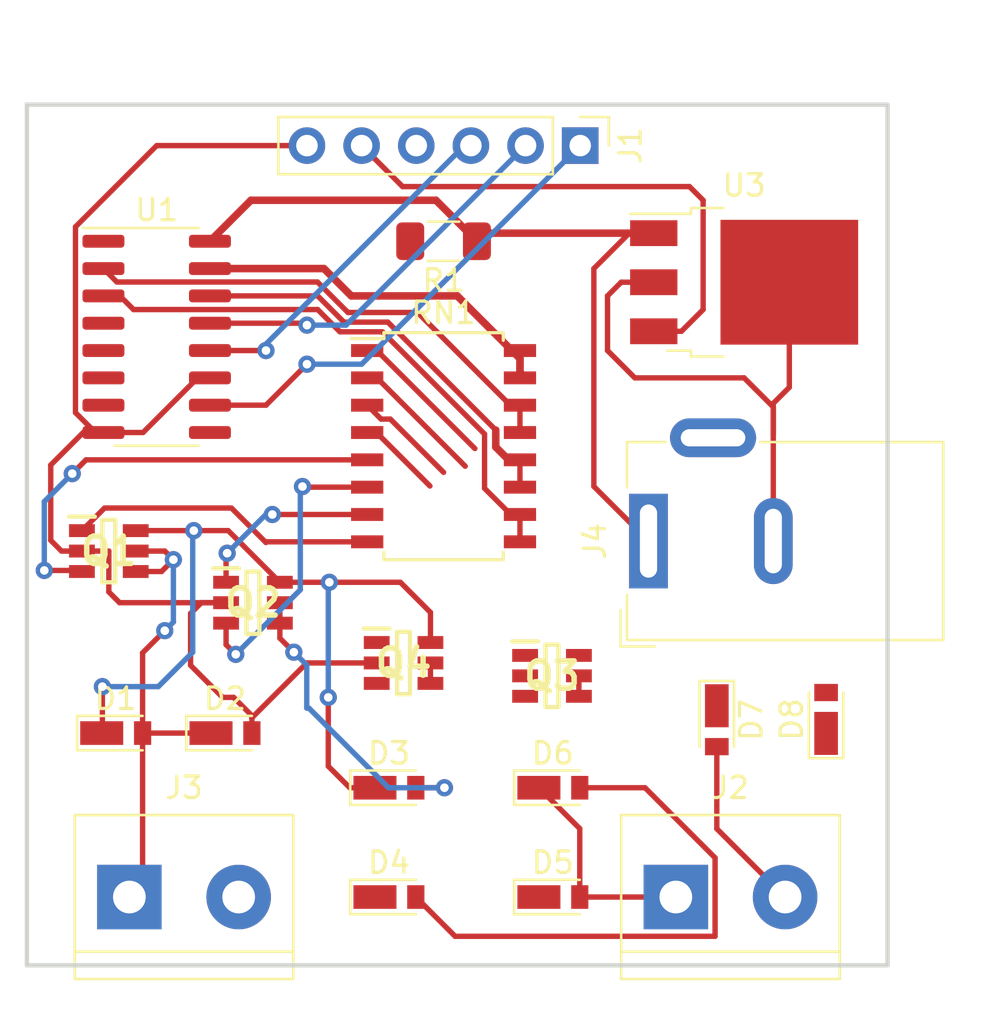
<source format=kicad_pcb>
(kicad_pcb (version 20240108) (generator "pcbnew") (generator_version "8.0")
  (layers (0 "F.Cu" signal) (31 "B.Cu" signal) (34 "B.Paste" user) (35 "F.Paste" user) (36 "B.SilkS" user "B.Silkscreen") (37 "F.SilkS" user "F.Silkscreen") (38 "B.Mask" user) (39 "F.Mask" user) (44 "Edge.Cuts" user))
  (net 0 "")
  (net 1 "Net-(D3-Pad2)")
  (net 2 "+12V")
  (net 3 "Earth")
  (net 4 "Net-(D5-Pad2)")
  (net 5 "Net-(RN1-Pad10)")
  (net 6 "Net-(RN1-Pad11)")
  (net 7 "Net-(RN1-Pad13)")
  (net 8 "Net-(RN1-Pad15)")
  (net 15 "Net-(D1-Pad2)")
  (net 16 "Net-(J1-Pad1)")
  (net 17 "Net-(J1-Pad2)")
  (net 18 "Net-(J1-Pad3)")
  (net 19 "Net-(J1-Pad4)")
  (net 20 "Net-(J1-Pad5)")
  (net 21 "Net-(Q4-Pad4)")
  (net 22 "Net-(Q1-Pad1)")
  (net 23 "Net-(Q1-Pad3)")
  (net 24 "Net-(Q2-Pad1)")
  (net 25 "Net-(Q2-Pad3)")
  (net 26 "Net-(Q3-Pad1)")
  (net 27 "Net-(Q3-Pad3)")
  (net 28 "Net-(Q4-Pad1)")
  (net 29 "Net-(Q4-Pad3)")
  (footprint "Package_SO:SOIC-16_3.9x9.9mm_P1.27mm" (layer "F.Cu") (at 85.725 80.645)
    (property "Reference" "U1" (at 0 -5.9 0) (layer "F.SilkS"))
    (property "Value" "4028")
    (fp_line (start 0 -5.06) (end -3.45 -5.06) (stroke (width 0.12)) (layer "F.SilkS"))
    (fp_line (start 0 -5.06) (end 1.95 -5.06) (stroke (width 0.12)) (layer "F.SilkS"))
    (fp_line (start 0 5.06) (end -1.95 5.06) (stroke (width 0.12)) (layer "F.SilkS"))
    (fp_line (start 0 5.06) (end 1.95 5.06) (stroke (width 0.12)) (layer "F.SilkS"))
    (pad "1" smd roundrect (at -2.475 -4.445) (size 1.95 0.6) (layers "F.Cu" "F.Paste" "F.Mask"))
    (pad "2" smd roundrect (at -2.475 -3.175) (size 1.95 0.6) (layers "F.Cu" "F.Paste" "F.Mask") (net 7 "Net-(RN1-Pad13)"))
    (pad "3" smd roundrect (at -2.475 -1.905) (size 1.95 0.6) (layers "F.Cu" "F.Paste" "F.Mask") (net 5 "Net-(RN1-Pad10)"))
    (pad "4" smd roundrect (at -2.475 -0.635) (size 1.95 0.6) (layers "F.Cu" "F.Paste" "F.Mask"))
    (pad "5" smd roundrect (at -2.475 0.635) (size 1.95 0.6) (layers "F.Cu" "F.Paste" "F.Mask"))
    (pad "6" smd roundrect (at -2.475 1.905) (size 1.95 0.6) (layers "F.Cu" "F.Paste" "F.Mask"))
    (pad "7" smd roundrect (at -2.475 3.175) (size 1.95 0.6) (layers "F.Cu" "F.Paste" "F.Mask"))
    (pad "8" smd roundrect (at -2.475 4.445) (size 1.95 0.6) (layers "F.Cu" "F.Paste" "F.Mask") (net 3 "Earth"))
    (pad "9" smd roundrect (at 2.475 4.445) (size 1.95 0.6) (layers "F.Cu" "F.Paste" "F.Mask"))
    (pad "10" smd roundrect (at 2.475 3.175) (size 1.95 0.6) (layers "F.Cu" "F.Paste" "F.Mask") (net 16 "Net-(J1-Pad1)"))
    (pad "11" smd roundrect (at 2.475 1.905) (size 1.95 0.6) (layers "F.Cu" "F.Paste" "F.Mask") (net 3 "Earth"))
    (pad "12" smd roundrect (at 2.475 0.635) (size 1.95 0.6) (layers "F.Cu" "F.Paste" "F.Mask") (net 18 "Net-(J1-Pad3)"))
    (pad "13" smd roundrect (at 2.475 -0.635) (size 1.95 0.6) (layers "F.Cu" "F.Paste" "F.Mask") (net 17 "Net-(J1-Pad2)"))
    (pad "14" smd roundrect (at 2.475 -1.905) (size 1.95 0.6) (layers "F.Cu" "F.Paste" "F.Mask") (net 6 "Net-(RN1-Pad11)"))
    (pad "15" smd roundrect (at 2.475 -3.175) (size 1.95 0.6) (layers "F.Cu" "F.Paste" "F.Mask") (net 8 "Net-(RN1-Pad15)"))
    (pad "16" smd roundrect (at 2.475 -4.445) (size 1.95 0.6) (layers "F.Cu" "F.Paste" "F.Mask") (net 2 "+12V"))
  )
  (footprint "Package_TO_SOT_SMD:TO-252-3_TabPin2" (layer "F.Cu") (at 113.03 78.105)
    (property "Reference" "U3" (at 0 -4.5 0) (layer "F.SilkS"))
    (property "Value" "L7805")
    (fp_line (start -2.47 -3.45) (end -2.47 -3.18) (stroke (width 0.12)) (layer "F.SilkS"))
    (fp_line (start -2.47 -3.18) (end -5.3 -3.18) (stroke (width 0.12)) (layer "F.SilkS"))
    (fp_line (start -2.47 3.18) (end -3.57 3.18) (stroke (width 0.12)) (layer "F.SilkS"))
    (fp_line (start -2.47 3.45) (end -2.47 3.18) (stroke (width 0.12)) (layer "F.SilkS"))
    (fp_line (start -0.97 -3.45) (end -2.47 -3.45) (stroke (width 0.12)) (layer "F.SilkS"))
    (fp_line (start -0.97 3.45) (end -2.47 3.45) (stroke (width 0.12)) (layer "F.SilkS"))
    (pad "1" smd rect (at -4.2 -2.28) (size 2.2 1.2) (layers "F.Cu" "F.Paste" "F.Mask") (net 2 "+12V"))
    (pad "2" smd rect (at -4.2 0) (size 2.2 1.2) (layers "F.Cu" "F.Paste" "F.Mask") (net 3 "Earth"))
    (pad "2" smd rect (at 2.1 0) (size 6.4 5.8) (layers "F.Cu" "F.Mask") (net 3 "Earth"))
    (pad "3" smd rect (at -4.2 2.28) (size 2.2 1.2) (layers "F.Cu" "F.Paste" "F.Mask") (net 20 "Net-(J1-Pad5)"))
  )
  (footprint "Diode_SMD:D_TUMD2" (layer "F.Cu") (at 96.52 101.6)
    (property "Reference" "D3" (at 0 -1.6 0) (layer "F.SilkS"))
    (property "Value" "1N4149")
    (fp_line (start -1.8 -0.8) (end 1.25 -0.8) (stroke (width 0.12)) (layer "F.SilkS"))
    (fp_line (start -1.8 0.8) (end -1.8 -0.8) (stroke (width 0.12)) (layer "F.SilkS"))
    (fp_line (start 1.25 0.8) (end -1.8 0.8) (stroke (width 0.12)) (layer "F.SilkS"))
    (pad "1" smd rect (at -0.65 0 180) (size 2 1.1) (layers "F.Cu" "F.Paste" "F.Mask") (net 2 "+12V"))
    (pad "2" smd rect (at 1.25 0 180) (size 0.8 1.1) (layers "F.Cu" "F.Paste" "F.Mask") (net 1 "Net-(D3-Pad2)"))
  )
  (footprint "Diode_SMD:D_TUMD2" (layer "F.Cu") (at 104.14 106.68)
    (property "Reference" "D5" (at 0 -1.6 0) (layer "F.SilkS"))
    (property "Value" "1N4149")
    (fp_line (start -1.8 -0.8) (end 1.25 -0.8) (stroke (width 0.12)) (layer "F.SilkS"))
    (fp_line (start -1.8 0.8) (end -1.8 -0.8) (stroke (width 0.12)) (layer "F.SilkS"))
    (fp_line (start 1.25 0.8) (end -1.8 0.8) (stroke (width 0.12)) (layer "F.SilkS"))
    (pad "1" smd rect (at -0.65 0 180) (size 2 1.1) (layers "F.Cu" "F.Paste" "F.Mask") (net 2 "+12V"))
    (pad "2" smd rect (at 1.25 0 180) (size 0.8 1.1) (layers "F.Cu" "F.Paste" "F.Mask") (net 4 "Net-(D5-Pad2)"))
  )
  (footprint "Connector_PinHeader_2.54mm:PinHeader_1x06_P2.54mm_Vertical" (layer "F.Cu") (at 105.41 71.755 -90)
    (property "Reference" "J1" (at 0 -2.33 90) (layer "F.SilkS"))
    (property "Value" "Conn_01x06_Male")
    (fp_line (start -1.33 14.03) (end 1.33 14.03) (stroke (width 0.12)) (layer "F.SilkS"))
    (fp_line (start -1.33 1.27) (end -1.33 14.03) (stroke (width 0.12)) (layer "F.SilkS"))
    (fp_line (start -1.33 1.27) (end 1.33 1.27) (stroke (width 0.12)) (layer "F.SilkS"))
    (fp_line (start 1.33 1.27) (end 1.33 14.03) (stroke (width 0.12)) (layer "F.SilkS"))
    (fp_line (start -1.33 0) (end -1.33 -1.33) (stroke (width 0.12)) (layer "F.SilkS"))
    (fp_line (start -1.33 -1.33) (end 0 -1.33) (stroke (width 0.12)) (layer "F.SilkS"))
    (pad "1" thru_hole rect (at 0 0 270) (size 1.7 1.7) (drill 1) (layers "*.Cu" "*.Mask") (net 16 "Net-(J1-Pad1)"))
    (pad "2" thru_hole oval (at 0 2.54 270) (size 1.7 1.7) (drill 1) (layers "*.Cu" "*.Mask") (net 17 "Net-(J1-Pad2)"))
    (pad "3" thru_hole oval (at 0 5.08 270) (size 1.7 1.7) (drill 1) (layers "*.Cu" "*.Mask") (net 18 "Net-(J1-Pad3)"))
    (pad "4" thru_hole oval (at 0 7.62 270) (size 1.7 1.7) (drill 1) (layers "*.Cu" "*.Mask") (net 19 "Net-(J1-Pad4)"))
    (pad "5" thru_hole oval (at 0 10.16 270) (size 1.7 1.7) (drill 1) (layers "*.Cu" "*.Mask") (net 20 "Net-(J1-Pad5)"))
    (pad "6" thru_hole oval (at 0 12.7 270) (size 1.7 1.7) (drill 1) (layers "*.Cu" "*.Mask") (net 3 "Earth"))
  )
  (footprint "SamacSys_Parts:SOT95P280X110-6N" (layer "F.Cu") (at 90.2 93)
    (property "Reference" "Q2" (at 0 0 0) (layer "F.SilkS") (effects (font (size 1.27 1.27) (thickness 0.254))))
    (property "Value" "FMBM5551" (hide yes))
    (fp_line (start -1.85 -1.6) (end -0.65 -1.6) (stroke (width 0.2)) (layer "F.SilkS"))
    (fp_line (start -0.3 -1.45) (end 0.3 -1.45) (stroke (width 0.2)) (layer "F.SilkS"))
    (fp_line (start -0.3 1.45) (end -0.3 -1.45) (stroke (width 0.2)) (layer "F.SilkS"))
    (fp_line (start 0.3 -1.45) (end 0.3 1.45) (stroke (width 0.2)) (layer "F.SilkS"))
    (fp_line (start 0.3 1.45) (end -0.3 1.45) (stroke (width 0.2)) (layer "F.SilkS"))
    (pad "1" smd rect (at -1.25 -0.95 90) (size 0.6 1.2) (layers "F.Cu" "F.Paste" "F.Mask") (net 24 "Net-(Q2-Pad1)"))
    (pad "2" smd rect (at -1.25 0 90) (size 0.6 1.2) (layers "F.Cu" "F.Paste" "F.Mask") (net 3 "Earth"))
    (pad "3" smd rect (at -1.25 0.95 90) (size 0.6 1.2) (layers "F.Cu" "F.Paste" "F.Mask") (net 25 "Net-(Q2-Pad3)"))
    (pad "4" smd rect (at 1.25 0.95 90) (size 0.6 1.2) (layers "F.Cu" "F.Paste" "F.Mask") (net 1 "Net-(D3-Pad2)"))
    (pad "5" smd rect (at 1.25 0 90) (size 0.6 1.2) (layers "F.Cu" "F.Paste" "F.Mask") (net 1 "Net-(D3-Pad2)"))
    (pad "6" smd rect (at 1.25 -0.95 90) (size 0.6 1.2) (layers "F.Cu" "F.Paste" "F.Mask") (net 2 "+12V"))
  )
  (footprint "Diode_SMD:D_TUMD2" (layer "F.Cu") (at 116.84 98.425 90)
    (property "Reference" "D8" (at 0 -1.6 90) (layer "F.SilkS"))
    (property "Value" "1N4149")
    (fp_line (start -1.8 -0.8) (end 1.25 -0.8) (stroke (width 0.12)) (layer "F.SilkS"))
    (fp_line (start 1.25 0.8) (end -1.8 0.8) (stroke (width 0.12)) (layer "F.SilkS"))
    (fp_line (start -1.8 0.8) (end -1.8 -0.8) (stroke (width 0.12)) (layer "F.SilkS"))
    (pad "1" smd rect (at -0.65 0 270) (size 2 1.1) (layers "F.Cu" "F.Paste" "F.Mask") (net 21 "Net-(Q4-Pad4)"))
    (pad "2" smd rect (at 1.25 0 270) (size 0.8 1.1) (layers "F.Cu" "F.Paste" "F.Mask") (net 3 "Earth"))
  )
  (footprint "Diode_SMD:D_TUMD2" (layer "F.Cu") (at 104.14 101.6)
    (property "Reference" "D6" (at 0 -1.6 0) (layer "F.SilkS"))
    (property "Value" "1N4149")
    (fp_line (start -1.8 -0.8) (end 1.25 -0.8) (stroke (width 0.12)) (layer "F.SilkS"))
    (fp_line (start -1.8 0.8) (end -1.8 -0.8) (stroke (width 0.12)) (layer "F.SilkS"))
    (fp_line (start 1.25 0.8) (end -1.8 0.8) (stroke (width 0.12)) (layer "F.SilkS"))
    (pad "1" smd rect (at -0.65 0 180) (size 2 1.1) (layers "F.Cu" "F.Paste" "F.Mask") (net 4 "Net-(D5-Pad2)"))
    (pad "2" smd rect (at 1.25 0 180) (size 0.8 1.1) (layers "F.Cu" "F.Paste" "F.Mask") (net 3 "Earth"))
  )
  (footprint "TerminalBlock:TerminalBlock_bornier-2_P5.08mm" (layer "F.Cu") (at 109.855 106.68)
    (property "Reference" "J2" (at 2.54 -5.08 0) (layer "F.SilkS"))
    (property "Value" "Screw_Terminal_01x02")
    (fp_line (start -2.54 -3.81) (end -2.54 3.81) (stroke (width 0.12)) (layer "F.SilkS"))
    (fp_line (start -2.54 3.81) (end 7.62 3.81) (stroke (width 0.12)) (layer "F.SilkS"))
    (fp_line (start 7.62 -3.81) (end -2.54 -3.81) (stroke (width 0.12)) (layer "F.SilkS"))
    (fp_line (start 7.62 2.54) (end -2.54 2.54) (stroke (width 0.12)) (layer "F.SilkS"))
    (fp_line (start 7.62 3.81) (end 7.62 -3.81) (stroke (width 0.12)) (layer "F.SilkS"))
    (pad "1" thru_hole rect (at 0 0) (size 3 3) (drill 1.52) (layers "*.Cu" "*.Mask") (net 4 "Net-(D5-Pad2)"))
    (pad "2" thru_hole circle (at 5.08 0) (size 3 3) (drill 1.52) (layers "*.Cu" "*.Mask") (net 21 "Net-(Q4-Pad4)"))
  )
  (footprint "Connector_BarrelJack:BarrelJack_Wuerth_6941xx301002" (layer "F.Cu") (at 108.585 90.135 90)
    (property "Reference" "J4" (at 0 -2.5 90) (layer "F.SilkS"))
    (property "Value" "Jack-DC")
    (fp_line (start -3.2 -1.3) (end -4.9 -1.3) (stroke (width 0.12)) (layer "F.SilkS"))
    (fp_line (start -4.9 -1.3) (end -4.9 0.3) (stroke (width 0.12)) (layer "F.SilkS"))
    (fp_line (start 4.6 -1) (end 4.6 0.8) (stroke (width 0.12)) (layer "F.SilkS"))
    (fp_line (start 2.5 -1) (end 4.6 -1) (stroke (width 0.12)) (layer "F.SilkS"))
    (fp_line (start -4.6 -1) (end -2.5 -1) (stroke (width 0.12)) (layer "F.SilkS"))
    (fp_line (start 4.6 5.2) (end 4.6 13.7) (stroke (width 0.12)) (layer "F.SilkS"))
    (fp_line (start 4.6 13.7) (end -4.6 13.7) (stroke (width 0.12)) (layer "F.SilkS"))
    (fp_line (start -4.6 13.7) (end -4.6 -1) (stroke (width 0.12)) (layer "F.SilkS"))
    (pad "1" thru_hole rect (at 0 0 90) (size 4.4 1.8) (drill oval 3.4 0.8) (layers "*.Cu" "*.Mask") (net 2 "+12V"))
    (pad "2" thru_hole oval (at 0 5.8 90) (size 4 1.8) (drill oval 3 0.8) (layers "*.Cu" "*.Mask") (net 3 "Earth"))
    (pad "3" thru_hole oval (at 4.8 3 180) (size 4 1.8) (drill oval 3 0.8) (layers "*.Cu" "*.Mask"))
  )
  (footprint "SamacSys_Parts:SOT95P280X110-6N" (layer "F.Cu") (at 83.5 90.6)
    (property "Reference" "Q1" (at 0 0 0) (layer "F.SilkS") (effects (font (size 1.27 1.27) (thickness 0.254))))
    (property "Value" "FMBM5551" (hide yes))
    (fp_line (start -1.85 -1.6) (end -0.65 -1.6) (stroke (width 0.2)) (layer "F.SilkS"))
    (fp_line (start -0.3 -1.45) (end 0.3 -1.45) (stroke (width 0.2)) (layer "F.SilkS"))
    (fp_line (start -0.3 1.45) (end -0.3 -1.45) (stroke (width 0.2)) (layer "F.SilkS"))
    (fp_line (start 0.3 -1.45) (end 0.3 1.45) (stroke (width 0.2)) (layer "F.SilkS"))
    (fp_line (start 0.3 1.45) (end -0.3 1.45) (stroke (width 0.2)) (layer "F.SilkS"))
    (pad "1" smd rect (at -1.25 -0.95 90) (size 0.6 1.2) (layers "F.Cu" "F.Paste" "F.Mask") (net 22 "Net-(Q1-Pad1)"))
    (pad "2" smd rect (at -1.25 0 90) (size 0.6 1.2) (layers "F.Cu" "F.Paste" "F.Mask") (net 3 "Earth"))
    (pad "3" smd rect (at -1.25 0.95 90) (size 0.6 1.2) (layers "F.Cu" "F.Paste" "F.Mask") (net 23 "Net-(Q1-Pad3)"))
    (pad "4" smd rect (at 1.25 0.95 90) (size 0.6 1.2) (layers "F.Cu" "F.Paste" "F.Mask") (net 15 "Net-(D1-Pad2)"))
    (pad "5" smd rect (at 1.25 0 90) (size 0.6 1.2) (layers "F.Cu" "F.Paste" "F.Mask") (net 15 "Net-(D1-Pad2)"))
    (pad "6" smd rect (at 1.25 -0.95 90) (size 0.6 1.2) (layers "F.Cu" "F.Paste" "F.Mask") (net 2 "+12V"))
  )
  (footprint "Diode_SMD:D_TUMD2" (layer "F.Cu") (at 88.9 99.06)
    (property "Reference" "D2" (at 0 -1.6 0) (layer "F.SilkS"))
    (property "Value" "1N4149")
    (fp_line (start -1.8 -0.8) (end 1.25 -0.8) (stroke (width 0.12)) (layer "F.SilkS"))
    (fp_line (start -1.8 0.8) (end -1.8 -0.8) (stroke (width 0.12)) (layer "F.SilkS"))
    (fp_line (start 1.25 0.8) (end -1.8 0.8) (stroke (width 0.12)) (layer "F.SilkS"))
    (pad "1" smd rect (at -0.65 0 180) (size 2 1.1) (layers "F.Cu" "F.Paste" "F.Mask") (net 15 "Net-(D1-Pad2)"))
    (pad "2" smd rect (at 1.25 0 180) (size 0.8 1.1) (layers "F.Cu" "F.Paste" "F.Mask") (net 3 "Earth"))
  )
  (footprint "Package_SO:SOIC-16W_5.3x10.2mm_P1.27mm" (layer "F.Cu") (at 99.06 85.725)
    (property "Reference" "RN1" (at 0 -6.2 0) (layer "F.SilkS"))
    (property "Value" "R_Pack08")
    (fp_line (start -2.775 -5.275) (end -2.775 -5) (stroke (width 0.15)) (layer "F.SilkS"))
    (fp_line (start -2.775 -5.275) (end 2.775 -5.275) (stroke (width 0.15)) (layer "F.SilkS"))
    (fp_line (start -2.775 -5) (end -4.3 -5) (stroke (width 0.15)) (layer "F.SilkS"))
    (fp_line (start -2.775 5.275) (end -2.775 4.92) (stroke (width 0.15)) (layer "F.SilkS"))
    (fp_line (start -2.775 5.275) (end 2.775 5.275) (stroke (width 0.15)) (layer "F.SilkS"))
    (fp_line (start 2.775 -5.275) (end 2.775 -4.92) (stroke (width 0.15)) (layer "F.SilkS"))
    (fp_line (start 2.775 5.275) (end 2.775 4.92) (stroke (width 0.15)) (layer "F.SilkS"))
    (pad "1" smd rect (at -3.55 -4.445) (size 1.5 0.6) (layers "F.Cu" "F.Paste" "F.Mask") (net 27 "Net-(Q3-Pad3)"))
    (pad "2" smd rect (at -3.55 -3.175) (size 1.5 0.6) (layers "F.Cu" "F.Paste" "F.Mask") (net 28 "Net-(Q4-Pad1)"))
    (pad "3" smd rect (at -3.55 -1.905) (size 1.5 0.6) (layers "F.Cu" "F.Paste" "F.Mask") (net 29 "Net-(Q4-Pad3)"))
    (pad "4" smd rect (at -3.55 -0.635) (size 1.5 0.6) (layers "F.Cu" "F.Paste" "F.Mask") (net 26 "Net-(Q3-Pad1)"))
    (pad "5" smd rect (at -3.55 0.635) (size 1.5 0.6) (layers "F.Cu" "F.Paste" "F.Mask") (net 23 "Net-(Q1-Pad3)"))
    (pad "6" smd rect (at -3.55 1.905) (size 1.5 0.6) (layers "F.Cu" "F.Paste" "F.Mask") (net 25 "Net-(Q2-Pad3)"))
    (pad "7" smd rect (at -3.55 3.175) (size 1.5 0.6) (layers "F.Cu" "F.Paste" "F.Mask") (net 24 "Net-(Q2-Pad1)"))
    (pad "8" smd rect (at -3.55 4.445) (size 1.5 0.6) (layers "F.Cu" "F.Paste" "F.Mask") (net 22 "Net-(Q1-Pad1)"))
    (pad "9" smd rect (at 3.55 4.445) (size 1.5 0.6) (layers "F.Cu" "F.Paste" "F.Mask") (net 5 "Net-(RN1-Pad10)"))
    (pad "10" smd rect (at 3.55 3.175) (size 1.5 0.6) (layers "F.Cu" "F.Paste" "F.Mask") (net 5 "Net-(RN1-Pad10)"))
    (pad "11" smd rect (at 3.55 1.905) (size 1.5 0.6) (layers "F.Cu" "F.Paste" "F.Mask") (net 6 "Net-(RN1-Pad11)"))
    (pad "12" smd rect (at 3.55 0.635) (size 1.5 0.6) (layers "F.Cu" "F.Paste" "F.Mask") (net 6 "Net-(RN1-Pad11)"))
    (pad "13" smd rect (at 3.55 -0.635) (size 1.5 0.6) (layers "F.Cu" "F.Paste" "F.Mask") (net 7 "Net-(RN1-Pad13)"))
    (pad "14" smd rect (at 3.55 -1.905) (size 1.5 0.6) (layers "F.Cu" "F.Paste" "F.Mask") (net 7 "Net-(RN1-Pad13)"))
    (pad "15" smd rect (at 3.55 -3.175) (size 1.5 0.6) (layers "F.Cu" "F.Paste" "F.Mask") (net 8 "Net-(RN1-Pad15)"))
    (pad "16" smd rect (at 3.55 -4.445) (size 1.5 0.6) (layers "F.Cu" "F.Paste" "F.Mask") (net 8 "Net-(RN1-Pad15)"))
  )
  (footprint "Diode_SMD:D_TUMD2" (layer "F.Cu") (at 96.52 106.68)
    (property "Reference" "D4" (at 0 -1.6 0) (layer "F.SilkS"))
    (property "Value" "1N4149")
    (fp_line (start -1.8 -0.8) (end 1.25 -0.8) (stroke (width 0.12)) (layer "F.SilkS"))
    (fp_line (start -1.8 0.8) (end -1.8 -0.8) (stroke (width 0.12)) (layer "F.SilkS"))
    (fp_line (start 1.25 0.8) (end -1.8 0.8) (stroke (width 0.12)) (layer "F.SilkS"))
    (pad "1" smd rect (at -0.65 0 180) (size 2 1.1) (layers "F.Cu" "F.Paste" "F.Mask") (net 1 "Net-(D3-Pad2)"))
    (pad "2" smd rect (at 1.25 0 180) (size 0.8 1.1) (layers "F.Cu" "F.Paste" "F.Mask") (net 3 "Earth"))
  )
  (footprint "Diode_SMD:D_TUMD2" (layer "F.Cu") (at 111.76 98.44 -90)
    (property "Reference" "D7" (at 0 -1.6 90) (layer "F.SilkS"))
    (property "Value" "1N4149")
    (fp_line (start -1.8 0.8) (end -1.8 -0.8) (stroke (width 0.12)) (layer "F.SilkS"))
    (fp_line (start 1.25 0.8) (end -1.8 0.8) (stroke (width 0.12)) (layer "F.SilkS"))
    (fp_line (start -1.8 -0.8) (end 1.25 -0.8) (stroke (width 0.12)) (layer "F.SilkS"))
    (pad "1" smd rect (at -0.65 0 90) (size 2 1.1) (layers "F.Cu" "F.Paste" "F.Mask") (net 2 "+12V"))
    (pad "2" smd rect (at 1.25 0 90) (size 0.8 1.1) (layers "F.Cu" "F.Paste" "F.Mask") (net 21 "Net-(Q4-Pad4)"))
  )
  (footprint "SamacSys_Parts:SOT95P280X110-6N" (layer "F.Cu") (at 97.2 95.8)
    (property "Reference" "Q4" (at 0 0 0) (layer "F.SilkS") (effects (font (size 1.27 1.27) (thickness 0.254))))
    (property "Value" "FMBM5551" (hide yes))
    (fp_line (start -1.85 -1.6) (end -0.65 -1.6) (stroke (width 0.2)) (layer "F.SilkS"))
    (fp_line (start -0.3 -1.45) (end 0.3 -1.45) (stroke (width 0.2)) (layer "F.SilkS"))
    (fp_line (start -0.3 1.45) (end -0.3 -1.45) (stroke (width 0.2)) (layer "F.SilkS"))
    (fp_line (start 0.3 -1.45) (end 0.3 1.45) (stroke (width 0.2)) (layer "F.SilkS"))
    (fp_line (start 0.3 1.45) (end -0.3 1.45) (stroke (width 0.2)) (layer "F.SilkS"))
    (pad "1" smd rect (at -1.25 -0.95 90) (size 0.6 1.2) (layers "F.Cu" "F.Paste" "F.Mask") (net 28 "Net-(Q4-Pad1)"))
    (pad "2" smd rect (at -1.25 0 90) (size 0.6 1.2) (layers "F.Cu" "F.Paste" "F.Mask") (net 3 "Earth"))
    (pad "3" smd rect (at -1.25 0.95 90) (size 0.6 1.2) (layers "F.Cu" "F.Paste" "F.Mask") (net 29 "Net-(Q4-Pad3)"))
    (pad "4" smd rect (at 1.25 0.95 90) (size 0.6 1.2) (layers "F.Cu" "F.Paste" "F.Mask") (net 21 "Net-(Q4-Pad4)"))
    (pad "5" smd rect (at 1.25 0 90) (size 0.6 1.2) (layers "F.Cu" "F.Paste" "F.Mask") (net 21 "Net-(Q4-Pad4)"))
    (pad "6" smd rect (at 1.25 -0.95 90) (size 0.6 1.2) (layers "F.Cu" "F.Paste" "F.Mask") (net 2 "+12V"))
  )
  (footprint "TerminalBlock:TerminalBlock_bornier-2_P5.08mm" (layer "F.Cu") (at 84.455 106.68)
    (property "Reference" "J3" (at 2.54 -5.08 0) (layer "F.SilkS"))
    (property "Value" "Screw_Terminal_01x02")
    (fp_line (start -2.54 -3.81) (end -2.54 3.81) (stroke (width 0.12)) (layer "F.SilkS"))
    (fp_line (start -2.54 3.81) (end 7.62 3.81) (stroke (width 0.12)) (layer "F.SilkS"))
    (fp_line (start 7.62 -3.81) (end -2.54 -3.81) (stroke (width 0.12)) (layer "F.SilkS"))
    (fp_line (start 7.62 2.54) (end -2.54 2.54) (stroke (width 0.12)) (layer "F.SilkS"))
    (fp_line (start 7.62 3.81) (end 7.62 -3.81) (stroke (width 0.12)) (layer "F.SilkS"))
    (pad "1" thru_hole rect (at 0 0) (size 3 3) (drill 1.52) (layers "*.Cu" "*.Mask") (net 15 "Net-(D1-Pad2)"))
    (pad "2" thru_hole circle (at 5.08 0) (size 3 3) (drill 1.52) (layers "*.Cu" "*.Mask") (net 1 "Net-(D3-Pad2)"))
  )
  (footprint "Diode_SMD:D_TUMD2" (layer "F.Cu") (at 83.82 99.06)
    (property "Reference" "D1" (at 0 -1.6 0) (layer "F.SilkS"))
    (property "Value" "1N4149")
    (fp_line (start -1.8 -0.8) (end 1.25 -0.8) (stroke (width 0.12)) (layer "F.SilkS"))
    (fp_line (start -1.8 0.8) (end -1.8 -0.8) (stroke (width 0.12)) (layer "F.SilkS"))
    (fp_line (start 1.25 0.8) (end -1.8 0.8) (stroke (width 0.12)) (layer "F.SilkS"))
    (pad "1" smd rect (at -0.65 0 180) (size 2 1.1) (layers "F.Cu" "F.Paste" "F.Mask") (net 2 "+12V"))
    (pad "2" smd rect (at 1.25 0 180) (size 0.8 1.1) (layers "F.Cu" "F.Paste" "F.Mask") (net 15 "Net-(D1-Pad2)"))
  )
  (footprint "SamacSys_Parts:SOT95P280X110-6N" (layer "F.Cu") (at 104.1 96.4)
    (property "Reference" "Q3" (at 0 0 0) (layer "F.SilkS") (effects (font (size 1.27 1.27) (thickness 0.254))))
    (property "Value" "FMBM5551" (hide yes))
    (fp_line (start -1.85 -1.6) (end -0.65 -1.6) (stroke (width 0.2)) (layer "F.SilkS"))
    (fp_line (start -0.3 -1.45) (end 0.3 -1.45) (stroke (width 0.2)) (layer "F.SilkS"))
    (fp_line (start -0.3 1.45) (end -0.3 -1.45) (stroke (width 0.2)) (layer "F.SilkS"))
    (fp_line (start 0.3 -1.45) (end 0.3 1.45) (stroke (width 0.2)) (layer "F.SilkS"))
    (fp_line (start 0.3 1.45) (end -0.3 1.45) (stroke (width 0.2)) (layer "F.SilkS"))
    (pad "1" smd rect (at -1.25 -0.95 90) (size 0.6 1.2) (layers "F.Cu" "F.Paste" "F.Mask") (net 26 "Net-(Q3-Pad1)"))
    (pad "2" smd rect (at -1.25 0 90) (size 0.6 1.2) (layers "F.Cu" "F.Paste" "F.Mask") (net 3 "Earth"))
    (pad "3" smd rect (at -1.25 0.95 90) (size 0.6 1.2) (layers "F.Cu" "F.Paste" "F.Mask") (net 27 "Net-(Q3-Pad3)"))
    (pad "4" smd rect (at 1.25 0.95 90) (size 0.6 1.2) (layers "F.Cu" "F.Paste" "F.Mask") (net 4 "Net-(D5-Pad2)"))
    (pad "5" smd rect (at 1.25 0 90) (size 0.6 1.2) (layers "F.Cu" "F.Paste" "F.Mask") (net 4 "Net-(D5-Pad2)"))
    (pad "6" smd rect (at 1.25 -0.95 90) (size 0.6 1.2) (layers "F.Cu" "F.Paste" "F.Mask") (net 2 "+12V"))
  )
  (footprint "Resistor_SMD:R_1206_3216Metric_Pad1.30x1.75mm_HandSolder" (layer "F.Cu") (at 99.06 76.2 180)
    (property "Reference" "R1" (at 0 -1.82 0) (layer "F.SilkS"))
    (property "Value" "0")
    (fp_line (start -0.727064 0.91) (end 0.727064 0.91) (stroke (width 0.12)) (layer "F.SilkS"))
    (fp_line (start -0.727064 -0.91) (end 0.727064 -0.91) (stroke (width 0.12)) (layer "F.SilkS"))
    (pad "1" smd roundrect (at -1.55 0 180) (size 1.3 1.75) (layers "F.Cu" "F.Paste" "F.Mask") (roundrect_rratio 0.192308) (net 2 "+12V"))
    (pad "2" smd roundrect (at 1.55 0 180) (size 1.3 1.75) (layers "F.Cu" "F.Paste" "F.Mask") (roundrect_rratio 0.192308) (net 19 "Net-(J1-Pad4)"))
  )
  (gr_rect (start 79.6925 69.85) (end 119.6975 109.855) (stroke (width 0.2)) (fill none) (layer "Edge.Cuts"))
  (segment (start 91.45 93) (end 91.45 93.95) (width 0.25) (layer "F.Cu") (net 1))
  (segment (start 91.45 94.65) (end 92.1 95.3) (width 0.25) (layer "F.Cu") (net 1))
  (segment (start 91.45 93.95) (end 91.45 94.65) (width 0.25) (layer "F.Cu") (net 1))
  (segment (start 99.1 101.6) (end 97.77 101.6) (width 0.25) (layer "F.Cu") (net 1))
  (via (at 99.1 101.6) (size 0.8) (drill 0.4) (layers "F.Cu" "B.Cu") (net 1))
  (via (at 92.1 95.3) (size 0.8) (drill 0.4) (layers "F.Cu" "B.Cu") (net 1))
  (segment (start 92.7 95.9) (end 92.7 97.9) (width 0.25) (layer "B.Cu") (net 1))
  (segment (start 92.8 97.9) (end 96.5 101.6) (width 0.25) (layer "B.Cu") (net 1))
  (segment (start 92.7 97.9) (end 92.8 97.9) (width 0.25) (layer "B.Cu") (net 1))
  (segment (start 92.1 95.3) (end 92.7 95.9) (width 0.25) (layer "B.Cu") (net 1))
  (segment (start 96.5 101.6) (end 99.1 101.6) (width 0.25) (layer "B.Cu") (net 1))
  (segment (start 106.045 87.595) (end 106.045 77.47) (width 0.25) (layer "F.Cu") (net 2))
  (segment (start 87.45 89.65) (end 89.05 89.65) (width 0.25) (layer "F.Cu") (net 2))
  (segment (start 107.69 75.825) (end 108.83 75.825) (width 0.25) (layer "F.Cu") (net 2))
  (segment (start 93.75 92.05) (end 97.05 92.05) (width 0.25) (layer "F.Cu") (net 2))
  (segment (start 98.705 74.295) (end 100.61 76.2) (width 0.35) (layer "F.Cu") (net 2))
  (segment (start 89.05 89.65) (end 91.45 92.05) (width 0.25) (layer "F.Cu") (net 2))
  (segment (start 97.05 92.05) (end 98.45 93.45) (width 0.25) (layer "F.Cu") (net 2))
  (segment (start 84.75 89.65) (end 87.45 89.65) (width 0.25) (layer "F.Cu") (net 2))
  (segment (start 94.7 101.6) (end 95.87 101.6) (width 0.25) (layer "F.Cu") (net 2))
  (segment (start 83.2 99.03) (end 83.17 99.06) (width 0.25) (layer "F.Cu") (net 2))
  (segment (start 93.7 97.4) (end 93.7 100.6) (width 0.25) (layer "F.Cu") (net 2))
  (segment (start 91.45 92.05) (end 93.75 92.05) (width 0.25) (layer "F.Cu") (net 2))
  (segment (start 106.045 77.47) (end 107.69 75.825) (width 0.25) (layer "F.Cu") (net 2))
  (segment (start 88.2 76.2) (end 90.105 74.295) (width 0.35) (layer "F.Cu") (net 2))
  (segment (start 98.45 93.45) (end 98.45 94.85) (width 0.25) (layer "F.Cu") (net 2))
  (segment (start 90.105 74.295) (end 98.705 74.295) (width 0.35) (layer "F.Cu") (net 2))
  (segment (start 83.2 96.9) (end 83.2 99.03) (width 0.25) (layer "F.Cu") (net 2))
  (segment (start 108.83 75.825) (end 100.985 75.825) (width 0.35) (layer "F.Cu") (net 2))
  (segment (start 93.7 100.6) (end 94.7 101.6) (width 0.25) (layer "F.Cu") (net 2))
  (segment (start 100.985 75.825) (end 100.61 76.2) (width 0.35) (layer "F.Cu") (net 2))
  (segment (start 108.585 90.135) (end 106.045 87.595) (width 0.25) (layer "F.Cu") (net 2))
  (via (at 93.75 92.05) (size 0.8) (drill 0.4) (layers "F.Cu" "B.Cu") (net 2))
  (via (at 83.2 96.9) (size 0.8) (drill 0.4) (layers "F.Cu" "B.Cu") (net 2))
  (via (at 93.7 97.4) (size 0.8) (drill 0.4) (layers "F.Cu" "B.Cu") (net 2))
  (via (at 87.45 89.65) (size 0.8) (drill 0.4) (layers "F.Cu" "B.Cu") (net 2))
  (segment (start 93.75 92.05) (end 93.7 92.1) (width 0.25) (layer "B.Cu") (net 2))
  (segment (start 85.8 96.9) (end 83.2 96.9) (width 0.25) (layer "B.Cu") (net 2))
  (segment (start 87.45 89.65) (end 87.4 89.7) (width 0.25) (layer "B.Cu") (net 2))
  (segment (start 93.7 92.1) (end 93.7 97.4) (width 0.25) (layer "B.Cu") (net 2))
  (segment (start 87.4 89.7) (end 87.4 95.3) (width 0.25) (layer "B.Cu") (net 2))
  (segment (start 87.4 95.3) (end 85.8 96.9) (width 0.25) (layer "B.Cu") (net 2))
  (segment (start 92.7 95.8) (end 90.15 98.35) (width 0.25) (layer "F.Cu") (net 3))
  (segment (start 90.15 98.35) (end 90.15 99.06) (width 0.25) (layer "F.Cu") (net 3))
  (segment (start 97.77 106.68) (end 99.594511 108.504511) (width 0.25) (layer "F.Cu") (net 3))
  (segment (start 85.725 71.755) (end 92.71 71.755) (width 0.25) (layer "F.Cu") (net 3))
  (segment (start 83.5 90.6) (end 83.5 92.5) (width 0.25) (layer "F.Cu") (net 3))
  (segment (start 107.315 78.105) (end 106.68 78.74) (width 0.25) (layer "F.Cu") (net 3))
  (segment (start 83.25 85.09) (end 85.09 85.09) (width 0.25) (layer "F.Cu") (net 3))
  (segment (start 82.25 90.6) (end 83.5 90.6) (width 0.25) (layer "F.Cu") (net 3))
  (segment (start 83.25 85.09) (end 82.31 85.09) (width 0.25) (layer "F.Cu") (net 3))
  (segment (start 87.3 95.910978) (end 88.789022 97.4) (width 0.25) (layer "F.Cu") (net 3))
  (segment (start 108.83 78.105) (end 107.315 78.105) (width 0.25) (layer "F.Cu") (net 3))
  (segment (start 80.8 90.1) (end 81.3 90.6) (width 0.25) (layer "F.Cu") (net 3))
  (segment (start 81.95048 84.166552) (end 81.95048 75.52952) (width 0.25) (layer "F.Cu") (net 3))
  (segment (start 82.873928 85.09) (end 81.95048 84.166552) (width 0.25) (layer "F.Cu") (net 3))
  (segment (start 89.3 97.4) (end 90.15 98.25) (width 0.25) (layer "F.Cu") (net 3))
  (segment (start 106.68 81.28) (end 107.95 82.55) (width 0.25) (layer "F.Cu") (net 3))
  (segment (start 114.385 83.735) (end 114.385 85.175) (width 0.25) (layer "F.Cu") (net 3))
  (segment (start 87.63 82.55) (end 88.2 82.55) (width 0.25) (layer "F.Cu") (net 3))
  (segment (start 88.95 93) (end 87.8 93) (width 0.25) (layer "F.Cu") (net 3))
  (segment (start 115.13 82.99) (end 114.385 83.735) (width 0.25) (layer "F.Cu") (net 3))
  (segment (start 106.68 78.74) (end 106.68 81.28) (width 0.25) (layer "F.Cu") (net 3))
  (segment (start 81.3 90.6) (end 82.25 90.6) (width 0.25) (layer "F.Cu") (net 3))
  (segment (start 82.31 85.09) (end 80.8 86.6) (width 0.25) (layer "F.Cu") (net 3))
  (segment (start 85.09 85.09) (end 87.63 82.55) (width 0.25) (layer "F.Cu") (net 3))
  (segment (start 111.679511 104.855489) (end 108.424022 101.6) (width 0.25) (layer "F.Cu") (net 3))
  (segment (start 90.15 98.25) (end 90.15 98.35) (width 0.25) (layer "F.Cu") (net 3))
  (segment (start 114.385 85.175) (end 114.385 90.135) (width 0.25) (layer "F.Cu") (net 3))
  (segment (start 107.95 82.55) (end 113.03 82.55) (width 0.25) (layer "F.Cu") (net 3))
  (segment (start 99.594511 108.504511) (end 111.679511 108.504511) (width 0.25) (layer "F.Cu") (net 3))
  (segment (start 87.8 93) (end 87.3 93.5) (width 0.25) (layer "F.Cu") (net 3))
  (segment (start 80.8 86.6) (end 80.8 90.1) (width 0.25) (layer "F.Cu") (net 3))
  (segment (start 113.03 82.55) (end 114.385 83.905) (width 0.25) (layer "F.Cu") (net 3))
  (segment (start 111.679511 108.504511) (end 111.679511 104.855489) (width 0.25) (layer "F.Cu") (net 3))
  (segment (start 114.385 83.905) (end 114.385 85.175) (width 0.25) (layer "F.Cu") (net 3))
  (segment (start 115.13 78.105) (end 115.13 82.99) (width 0.25) (layer "F.Cu") (net 3))
  (segment (start 108.424022 101.6) (end 105.39 101.6) (width 0.25) (layer "F.Cu") (net 3))
  (segment (start 83.5 92.5) (end 84 93) (width 0.25) (layer "F.Cu") (net 3))
  (segment (start 84 93) (end 88.95 93) (width 0.25) (layer "F.Cu") (net 3))
  (segment (start 87.3 93.5) (end 87.3 95.910978) (width 0.25) (layer "F.Cu") (net 3))
  (segment (start 95.95 95.8) (end 92.7 95.8) (width 0.25) (layer "F.Cu") (net 3))
  (segment (start 83.25 85.09) (end 82.873928 85.09) (width 0.25) (layer "F.Cu") (net 3))
  (segment (start 88.789022 97.4) (end 89.3 97.4) (width 0.25) (layer "F.Cu") (net 3))
  (segment (start 81.95048 75.52952) (end 85.725 71.755) (width 0.25) (layer "F.Cu") (net 3))
  (segment (start 109.855 106.68) (end 105.39 106.68) (width 0.25) (layer "F.Cu") (net 4))
  (segment (start 105.35 96.4) (end 105.35 97.35) (width 0.25) (layer "F.Cu") (net 4))
  (segment (start 105.39 103.5) (end 103.49 101.6) (width 0.25) (layer "F.Cu") (net 4))
  (segment (start 105.39 106.68) (end 105.39 103.5) (width 0.25) (layer "F.Cu") (net 4))
  (segment (start 84.648928 79.375) (end 93.208084 79.375) (width 0.25) (layer "F.Cu") (net 5))
  (segment (start 93.208084 79.375) (end 94.242606 80.40952) (width 0.25) (layer "F.Cu") (net 5))
  (segment (start 84.013928 78.74) (end 84.648928 79.375) (width 0.25) (layer "F.Cu") (net 5))
  (segment (start 94.242606 80.40952) (end 96.213092 80.40952) (width 0.25) (layer "F.Cu") (net 5))
  (segment (start 100.965 87.684022) (end 102.180978 88.9) (width 0.25) (layer "F.Cu") (net 5))
  (segment (start 102.61 88.9) (end 102.61 90.17) (width 0.25) (layer "F.Cu") (net 5))
  (segment (start 96.213092 80.40952) (end 100.965 85.161428) (width 0.25) (layer "F.Cu") (net 5))
  (segment (start 102.180978 88.9) (end 102.61 88.9) (width 0.25) (layer "F.Cu") (net 5))
  (segment (start 83.25 78.74) (end 84.013928 78.74) (width 0.25) (layer "F.Cu") (net 5))
  (segment (start 100.965 85.161428) (end 100.965 87.684022) (width 0.25) (layer "F.Cu") (net 5))
  (segment (start 88.2 78.74) (end 93.208802 78.74) (width 0.25) (layer "F.Cu") (net 6))
  (segment (start 101.485489 84.975489) (end 101.485489 85.764511) (width 0.35) (layer "F.Cu") (net 6))
  (segment (start 94.428803 79.96) (end 96.47 79.96) (width 0.25) (layer "F.Cu") (net 6))
  (segment (start 93.208802 78.74) (end 94.428803 79.96) (width 0.25) (layer "F.Cu") (net 6))
  (segment (start 96.47 79.96) (end 101.485489 84.975489) (width 0.25) (layer "F.Cu") (net 6))
  (segment (start 101.485489 85.764511) (end 102.080978 86.36) (width 0.35) (layer "F.Cu") (net 6))
  (segment (start 102.61 86.36) (end 102.61 87.63) (width 0.25) (layer "F.Cu") (net 6))
  (segment (start 93.19904 78.09452) (end 94.615 79.51048) (width 0.25) (layer "F.Cu") (net 7))
  (segment (start 94.615 79.51048) (end 97.85048 79.51048) (width 0.25) (layer "F.Cu") (net 7))
  (segment (start 83.25 77.47) (end 83.87452 78.09452) (width 0.25) (layer "F.Cu") (net 7))
  (segment (start 102.61 83.82) (end 102.61 85.09) (width 0.25) (layer "F.Cu") (net 7))
  (segment (start 102.16 83.82) (end 102.61 83.82) (width 0.25) (layer "F.Cu") (net 7))
  (segment (start 97.85048 79.51048) (end 102.16 83.82) (width 0.25) (layer "F.Cu") (net 7))
  (segment (start 83.87452 78.09452) (end 93.19904 78.09452) (width 0.25) (layer "F.Cu") (net 7))
  (segment (start 102.87 82.55) (end 102.61 82.55) (width 0.35) (layer "F.Cu") (net 8))
  (segment (start 93.499022 77.47) (end 94.769022 78.74) (width 0.35) (layer "F.Cu") (net 8))
  (segment (start 88.2 77.47) (end 93.499022 77.47) (width 0.35) (layer "F.Cu") (net 8))
  (segment (start 99.695 78.74) (end 102.61 81.655) (width 0.35) (layer "F.Cu") (net 8))
  (segment (start 102.61 82.29) (end 102.87 82.55) (width 0.35) (layer "F.Cu") (net 8))
  (segment (start 102.61 81.28) (end 102.61 82.29) (width 0.35) (layer "F.Cu") (net 8))
  (segment (start 102.61 81.655) (end 102.61 82.55) (width 0.35) (layer "F.Cu") (net 8))
  (segment (start 94.769022 78.74) (end 99.695 78.74) (width 0.35) (layer "F.Cu") (net 8))
  (segment (start 86.1 90.6) (end 84.75 90.6) (width 0.25) (layer "F.Cu") (net 15))
  (segment (start 85.95 91.55) (end 84.75 91.55) (width 0.25) (layer "F.Cu") (net 15))
  (segment (start 86.5 91) (end 85.95 91.55) (width 0.25) (layer "F.Cu") (net 15))
  (segment (start 84.455 106.68) (end 85.07 106.065) (width 0.25) (layer "F.Cu") (net 15))
  (segment (start 85.07 95.33) (end 85.07 99.06) (width 0.25) (layer "F.Cu") (net 15))
  (segment (start 85.07 99.06) (end 88.25 99.06) (width 0.25) (layer "F.Cu") (net 15))
  (segment (start 85.07 106.065) (end 85.07 99.06) (width 0.25) (layer "F.Cu") (net 15))
  (segment (start 86.5 91) (end 86.1 90.6) (width 0.25) (layer "F.Cu") (net 15))
  (segment (start 86.1 94.3) (end 85.07 95.33) (width 0.25) (layer "F.Cu") (net 15))
  (via (at 86.5 91) (size 0.8) (drill 0.4) (layers "F.Cu" "B.Cu") (net 15))
  (via (at 86.1 94.3) (size 0.8) (drill 0.4) (layers "F.Cu" "B.Cu") (net 15))
  (segment (start 86.5 93.9) (end 86.1 94.3) (width 0.25) (layer "B.Cu") (net 15))
  (segment (start 86.5 91) (end 86.5 93.9) (width 0.25) (layer "B.Cu") (net 15))
  (segment (start 90.805 83.82) (end 92.71 81.915) (width 0.25) (layer "F.Cu") (net 16))
  (segment (start 88.2 83.82) (end 90.805 83.82) (width 0.25) (layer "F.Cu") (net 16))
  (via (at 92.71 81.915) (size 0.8) (drill 0.4) (layers "F.Cu" "B.Cu") (net 16))
  (segment (start 92.71 81.915) (end 95.25 81.915) (width 0.25) (layer "B.Cu") (net 16))
  (segment (start 95.25 81.915) (end 105.41 71.755) (width 0.25) (layer "B.Cu") (net 16))
  (segment (start 92.71 80.0995) (end 92.6205 80.01) (width 0.25) (layer "F.Cu") (net 17))
  (segment (start 92.6205 80.01) (end 88.2 80.01) (width 0.25) (layer "F.Cu") (net 17))
  (via (at 92.71 80.0995) (size 0.8) (drill 0.4) (layers "F.Cu" "B.Cu") (net 17))
  (segment (start 92.71 80.0995) (end 94.5255 80.0995) (width 0.25) (layer "B.Cu") (net 17))
  (segment (start 94.5255 80.0995) (end 102.87 71.755) (width 0.25) (layer "B.Cu") (net 17))
  (segment (start 88.2 81.28) (end 90.805 81.28) (width 0.25) (layer "F.Cu") (net 18))
  (via (at 90.805 81.28) (size 0.8) (drill 0.4) (layers "F.Cu" "B.Cu") (net 18))
  (segment (start 90.805 81.28) (end 90.805 80.979886) (width 0.25) (layer "B.Cu") (net 18))
  (segment (start 100.029886 71.755) (end 100.33 71.755) (width 0.25) (layer "B.Cu") (net 18))
  (segment (start 90.805 80.979886) (end 100.029886 71.755) (width 0.25) (layer "B.Cu") (net 18))
  (segment (start 110.115 80.385) (end 108.83 80.385) (width 0.25) (layer "F.Cu") (net 20))
  (segment (start 97.155 73.66) (end 110.49 73.66) (width 0.25) (layer "F.Cu") (net 20))
  (segment (start 95.25 71.755) (end 97.155 73.66) (width 0.25) (layer "F.Cu") (net 20))
  (segment (start 111.125 79.375) (end 110.115 80.385) (width 0.25) (layer "F.Cu") (net 20))
  (segment (start 110.49 73.66) (end 111.125 74.295) (width 0.25) (layer "F.Cu") (net 20))
  (segment (start 111.125 74.295) (end 111.125 79.375) (width 0.25) (layer "F.Cu") (net 20))
  (segment (start 111.76 103.505) (end 114.935 106.68) (width 0.25) (layer "F.Cu") (net 21))
  (segment (start 111.76 99.69) (end 111.76 103.505) (width 0.25) (layer "F.Cu") (net 21))
  (segment (start 98.45 95.8) (end 98.45 96.75) (width 0.25) (layer "F.Cu") (net 21))
  (segment (start 82.25 89.65) (end 83.3 88.6) (width 0.25) (layer "F.Cu") (net 22))
  (segment (start 90.83 90.17) (end 95.51 90.17) (width 0.25) (layer "F.Cu") (net 22))
  (segment (start 83.3 88.6) (end 89.2 88.6) (width 0.25) (layer "F.Cu") (net 22))
  (segment (start 90.8 90.2) (end 90.83 90.17) (width 0.25) (layer "F.Cu") (net 22))
  (segment (start 89.2 88.6) (end 90.8 90.2) (width 0.25) (layer "F.Cu") (net 22))
  (segment (start 82.2 91.5) (end 82.25 91.55) (width 0.25) (layer "F.Cu") (net 23))
  (segment (start 82.44 86.36) (end 81.8 87) (width 0.25) (layer "F.Cu") (net 23))
  (segment (start 95.51 86.36) (end 82.44 86.36) (width 0.25) (layer "F.Cu") (net 23))
  (segment (start 80.5 91.5) (end 82.2 91.5) (width 0.25) (layer "F.Cu") (net 23))
  (via (at 80.5 91.5) (size 0.8) (drill 0.4) (layers "F.Cu" "B.Cu") (net 23))
  (via (at 81.8 87) (size 0.8) (drill 0.4) (layers "F.Cu" "B.Cu") (net 23))
  (segment (start 81.8 87) (end 80.5 88.3) (width 0.25) (layer "B.Cu") (net 23))
  (segment (start 80.5 88.3) (end 80.5 91.5) (width 0.25) (layer "B.Cu") (net 23))
  (segment (start 88.95 92.05) (end 88.95 90.75) (width 0.25) (layer "F.Cu") (net 24))
  (segment (start 88.95 90.75) (end 89 90.7) (width 0.25) (layer "F.Cu") (net 24))
  (segment (start 91.1 88.9) (end 95.51 88.9) (width 0.25) (layer "F.Cu") (net 24))
  (via (at 91.1 88.9) (size 0.8) (drill 0.4) (layers "F.Cu" "B.Cu") (net 24))
  (via (at 89 90.7) (size 0.8) (drill 0.4) (layers "F.Cu" "B.Cu") (net 24))
  (segment (start 90.8 88.9) (end 91.1 88.9) (width 0.25) (layer "B.Cu") (net 24))
  (segment (start 89 90.7) (end 90.8 88.9) (width 0.25) (layer "B.Cu") (net 24))
  (segment (start 88.95 94.95) (end 89.4 95.4) (width 0.25) (layer "F.Cu") (net 25))
  (segment (start 92.5 87.6) (end 92.53 87.63) (width 0.25) (layer "F.Cu") (net 25))
  (segment (start 88.95 93.95) (end 88.95 94.95) (width 0.25) (layer "F.Cu") (net 25))
  (segment (start 95.51 87.63) (end 95.96 87.63) (width 0.25) (layer "F.Cu") (net 25))
  (segment (start 92.53 87.63) (end 95.51 87.63) (width 0.25) (layer "F.Cu") (net 25))
  (via (at 89.4 95.4) (size 0.8) (drill 0.4) (layers "F.Cu" "B.Cu") (net 25))
  (via (at 92.5 87.6) (size 0.8) (drill 0.4) (layers "F.Cu" "B.Cu") (net 25))
  (segment (start 89.4 95.4) (end 92.4 92.4) (width 0.25) (layer "B.Cu") (net 25))
  (segment (start 92.4 87.7) (end 92.5 87.6) (width 0.25) (layer "B.Cu") (net 25))
  (segment (start 92.4 92.4) (end 92.4 87.7) (width 0.25) (layer "B.Cu") (net 25))
  (segment (start 95.51 85.09) (end 95.939022 85.09) (width 0.25) (layer "F.Cu") (net 26))
  (segment (start 95.939022 85.09) (end 98.425 87.575978) (width 0.25) (layer "F.Cu") (net 26))
  (segment (start 95.51 81.28) (end 95.96 81.28) (width 0.25) (layer "F.Cu") (net 27))
  (segment (start 95.96 81.28) (end 100.51548 85.83548) (width 0.25) (layer "F.Cu") (net 27))
  (segment (start 95.96 82.55) (end 100.06596 86.65596) (width 0.25) (layer "F.Cu") (net 28))
  (segment (start 95.51 82.55) (end 95.96 82.55) (width 0.25) (layer "F.Cu") (net 28))
  (segment (start 96.155489 84.465489) (end 96.584511 84.465489) (width 0.25) (layer "F.Cu") (net 29))
  (segment (start 95.51 83.82) (end 96.155489 84.465489) (width 0.25) (layer "F.Cu") (net 29))
  (segment (start 96.584511 84.465489) (end 99.06 86.940978) (width 0.25) (layer "F.Cu") (net 29))
)
</source>
